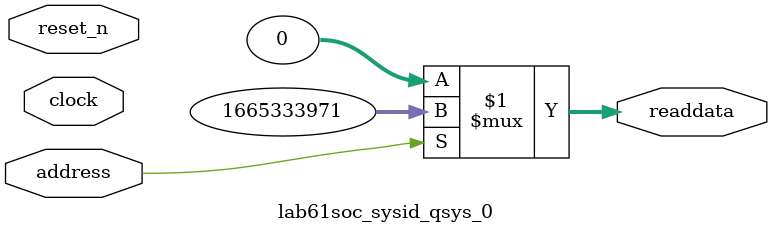
<source format=v>



// synthesis translate_off
`timescale 1ns / 1ps
// synthesis translate_on

// turn off superfluous verilog processor warnings 
// altera message_level Level1 
// altera message_off 10034 10035 10036 10037 10230 10240 10030 

module lab61soc_sysid_qsys_0 (
               // inputs:
                address,
                clock,
                reset_n,

               // outputs:
                readdata
             )
;

  output  [ 31: 0] readdata;
  input            address;
  input            clock;
  input            reset_n;

  wire    [ 31: 0] readdata;
  //control_slave, which is an e_avalon_slave
  assign readdata = address ? 1665333971 : 0;

endmodule



</source>
